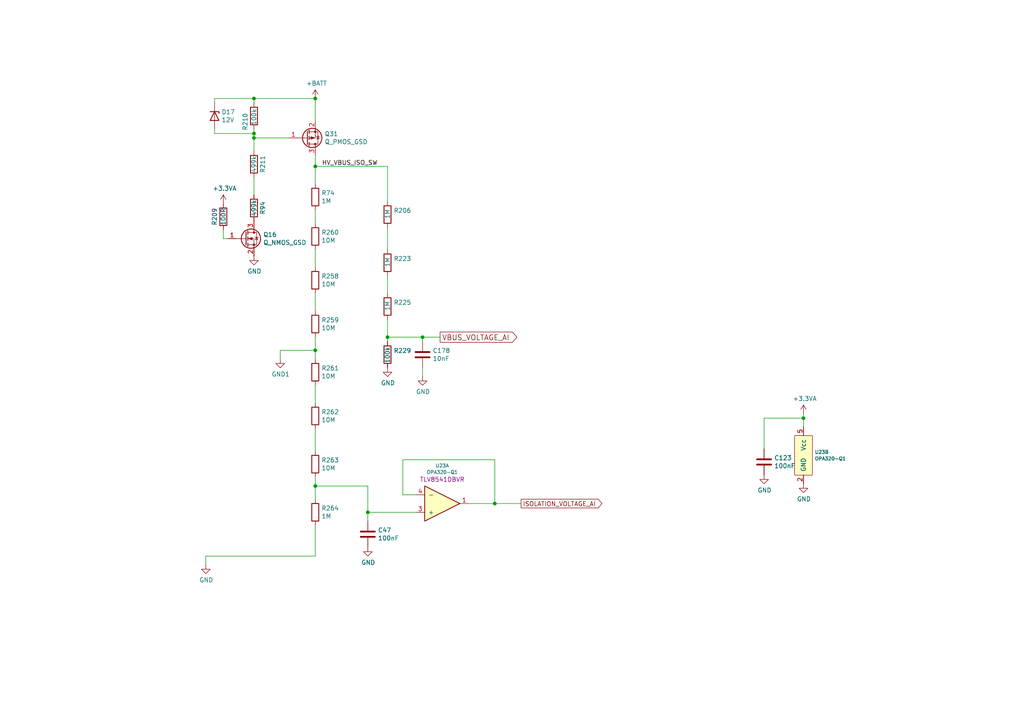
<source format=kicad_sch>
(kicad_sch (version 20250114) (generator "eeschema") (generator_version "9.0")
  (paper "A4")
  (lib_symbols
    (symbol "Device:C" (pin_numbers (hide yes)) (pin_names (offset 0.254))
      (property "Reference" "C" (at 0.635 2.54 0))
      (property "Value" "C" (at 0.635 -2.54 0))
      (symbol "C_0_1"
        (polyline (pts (xy -2.032 0.762) (xy 2.032 0.762)) (stroke (width 0.508)))
        (polyline (pts (xy -2.032 -0.762) (xy 2.032 -0.762)) (stroke (width 0.508)))
      )
      (symbol "C_1_1"
        (pin passive line (at 0 3.81 270) (length 2.794) (name "~") (number "1"))
        (pin passive line (at 0 -3.81 90) (length 2.794) (name "~") (number "2"))
      )
    )
    (symbol "Device:D_Zener" (pin_numbers (hide yes)) (pin_names (offset 1.016) (hide yes))
      (property "Reference" "D" (at 0 2.54 0))
      (property "Value" "D_Zener" (at 0 -2.54 0))
      (symbol "D_Zener_0_1"
        (polyline (pts (xy -1.27 -1.27) (xy -1.27 1.27) (xy -0.762 1.27)) (stroke (width 0.254)))
        (polyline (pts (xy 1.27 0) (xy -1.27 0)))
        (polyline (pts (xy 1.27 -1.27) (xy 1.27 1.27) (xy -1.27 0) (xy 1.27 -1.27)) (stroke (width 0.254)))
      )
      (symbol "D_Zener_1_1"
        (pin passive line (at -3.81 0 0) (length 2.54) (name "K") (number "1"))
        (pin passive line (at 3.81 0 180) (length 2.54) (name "A") (number "2"))
      )
    )
    (symbol "Device:Q_NMOS_GSD" (pin_names (offset 0) (hide yes))
      (property "Reference" "Q" (at 5.08 1.27 0))
      (property "Value" "Q_NMOS_GSD" (at 5.08 -1.27 0))
      (symbol "Q_NMOS_GSD_0_1"
        (polyline (pts (xy 0.254 1.905) (xy 0.254 -1.905)) (stroke (width 0.254)))
        (polyline (pts (xy 0.254 0) (xy -2.54 0)))
        (polyline (pts (xy 0.762 2.286) (xy 0.762 1.27)) (stroke (width 0.254)))
        (polyline (pts (xy 0.762 0.508) (xy 0.762 -0.508)) (stroke (width 0.254)))
        (polyline (pts (xy 0.762 -1.27) (xy 0.762 -2.286)) (stroke (width 0.254)))
        (polyline (pts (xy 0.762 -1.778) (xy 3.302 -1.778) (xy 3.302 1.778) (xy 0.762 1.778)))
        (polyline (pts (xy 1.016 0) (xy 2.032 0.381) (xy 2.032 -0.381) (xy 1.016 0)) (fill (type outline)))
        (circle (center 1.651 0) (radius 2.794) (stroke (width 0.254)))
        (polyline (pts (xy 2.54 2.54) (xy 2.54 1.778)))
        (circle (center 2.54 1.778) (radius 0.254) (fill (type outline)))
        (circle (center 2.54 -1.778) (radius 0.254) (fill (type outline)))
        (polyline (pts (xy 2.54 -2.54) (xy 2.54 0) (xy 0.762 0)))
        (polyline (pts (xy 2.794 0.508) (xy 2.921 0.381) (xy 3.683 0.381) (xy 3.81 0.254)))
        (polyline (pts (xy 3.302 0.381) (xy 2.921 -0.254) (xy 3.683 -0.254) (xy 3.302 0.381)))
      )
      (symbol "Q_NMOS_GSD_1_1"
        (pin input line (at -5.08 0 0) (length 2.54) (name "G") (number "1"))
        (pin passive line (at 2.54 5.08 270) (length 2.54) (name "D") (number "3"))
        (pin passive line (at 2.54 -5.08 90) (length 2.54) (name "S") (number "2"))
      )
    )
    (symbol "Device:Q_PMOS_GSD" (pin_names (offset 0) (hide yes))
      (property "Reference" "Q" (at 5.08 1.27 0))
      (property "Value" "Q_PMOS_GSD" (at 5.08 -1.27 0))
      (symbol "Q_PMOS_GSD_0_1"
        (polyline (pts (xy 0.254 1.905) (xy 0.254 -1.905)) (stroke (width 0.254)))
        (polyline (pts (xy 0.254 0) (xy -2.54 0)))
        (polyline (pts (xy 0.762 2.286) (xy 0.762 1.27)) (stroke (width 0.254)))
        (polyline (pts (xy 0.762 1.778) (xy 3.302 1.778) (xy 3.302 -1.778) (xy 0.762 -1.778)))
        (polyline (pts (xy 0.762 0.508) (xy 0.762 -0.508)) (stroke (width 0.254)))
        (polyline (pts (xy 0.762 -1.27) (xy 0.762 -2.286)) (stroke (width 0.254)))
        (circle (center 1.651 0) (radius 2.794) (stroke (width 0.254)))
        (polyline (pts (xy 2.286 0) (xy 1.27 0.381) (xy 1.27 -0.381) (xy 2.286 0)) (fill (type outline)))
        (polyline (pts (xy 2.54 2.54) (xy 2.54 1.778)))
        (circle (center 2.54 1.778) (radius 0.254) (fill (type outline)))
        (circle (center 2.54 -1.778) (radius 0.254) (fill (type outline)))
        (polyline (pts (xy 2.54 -2.54) (xy 2.54 0) (xy 0.762 0)))
        (polyline (pts (xy 2.794 -0.508) (xy 2.921 -0.381) (xy 3.683 -0.381) (xy 3.81 -0.254)))
        (polyline (pts (xy 3.302 -0.381) (xy 2.921 0.254) (xy 3.683 0.254) (xy 3.302 -0.381)))
      )
      (symbol "Q_PMOS_GSD_1_1"
        (pin input line (at -5.08 0 0) (length 2.54) (name "G") (number "1"))
        (pin passive line (at 2.54 5.08 270) (length 2.54) (name "D") (number "3"))
        (pin passive line (at 2.54 -5.08 90) (length 2.54) (name "S") (number "2"))
      )
    )
    (symbol "Device:R" (pin_numbers (hide yes)) (pin_names (offset 0))
      (property "Reference" "R" (at 2.032 0 90))
      (property "Value" "R" (at 0 0 90))
      (symbol "R_0_1"
        (rectangle (start -1.016 -2.54) (end 1.016 2.54) (stroke (width 0.254)))
      )
      (symbol "R_1_1"
        (pin passive line (at 0 3.81 270) (length 1.27) (name "~") (number "1"))
        (pin passive line (at 0 -3.81 90) (length 1.27) (name "~") (number "2"))
      )
    )
    (symbol "ICs:OPA320-Q1" (pin_names (offset 1.016))
      (property "Reference" "U" (at -7.62 5.08 0))
      (property "Value" "OPA320-Q1" (at -8.89 -3.81 0))
      (property "Part Number" "OPA320AQDBVRQ1" (at -5.08 7.62 0))
      (symbol "OPA320-Q1_1_1"
        (polyline (pts (xy -10.16 0) (xy 0 5.08) (xy 0 -5.08) (xy -10.16 0)) (stroke (width 0.254)) (fill (type background)))
        (pin output line (at -12.7 0 0) (length 2.4892) (name "~") (number "1"))
        (pin input line (at 2.54 2.54 180) (length 2.4892) (name "+") (number "3"))
        (pin input line (at 2.54 -2.54 180) (length 2.4892) (name "-") (number "4"))
      )
      (symbol "OPA320-Q1_2_1"
        (rectangle (start -5.08 6.35) (end 0 -5.08) (fill (type background)))
        (pin power_in line (at -2.54 8.89 270) (length 2.4892) (name "Vcc") (number "5"))
        (pin power_in line (at -2.54 -7.62 90) (length 2.4892) (name "GND") (number "2"))
      )
    )
    (symbol "power:+3.3VA" (power) (pin_names (offset 0))
      (property "Value" "+3.3VA" (at 0 3.556 0))
      (symbol "+3.3VA_0_1"
        (polyline (pts (xy -0.762 1.27) (xy 0 2.54)))
        (polyline (pts (xy 0 2.54) (xy 0.762 1.27)))
        (polyline (pts (xy 0 0) (xy 0 2.54)))
      )
      (symbol "+3.3VA_1_1"
        (pin power_in line (at 0 0 90) (length 0) (hide yes) (name "+3.3VA") (number "1"))
      )
    )
    (symbol "power:+BATT" (power) (pin_names (offset 0))
      (property "Value" "+BATT" (at 0 3.556 0))
      (symbol "+BATT_0_1"
        (polyline (pts (xy -0.762 1.27) (xy 0 2.54)))
        (polyline (pts (xy 0 2.54) (xy 0.762 1.27)))
        (polyline (pts (xy 0 0) (xy 0 2.54)))
      )
      (symbol "+BATT_1_1"
        (pin power_in line (at 0 0 90) (length 0) (hide yes) (name "+BATT") (number "1"))
      )
    )
    (symbol "power:GND" (power) (pin_names (offset 0))
      (property "Value" "GND" (at 0 -3.81 0))
      (symbol "GND_0_1"
        (polyline (pts (xy 0 0) (xy 0 -1.27) (xy 1.27 -1.27) (xy 0 -2.54) (xy -1.27 -1.27) (xy 0 -1.27)))
      )
      (symbol "GND_1_1"
        (pin power_in line (at 0 0 270) (length 0) (hide yes) (name "GND") (number "1"))
      )
    )
    (symbol "power:GND1" (power) (pin_names (offset 0))
      (property "Value" "GND1" (at 0 -3.81 0))
      (symbol "GND1_0_1"
        (polyline (pts (xy 0 0) (xy 0 -1.27) (xy 1.27 -1.27) (xy 0 -2.54) (xy -1.27 -1.27) (xy 0 -1.27)))
      )
      (symbol "GND1_1_1"
        (pin power_in line (at 0 0 270) (length 0) (hide yes) (name "GND1") (number "1"))
      )
    )
  )
  (junction (at 106.68 148.59))
  (junction (at 112.395 97.79))
  (junction (at 91.44 140.97))
  (junction (at 91.44 101.6))
  (junction (at 91.44 48.26))
  (junction (at 73.66 28.575))
  (junction (at 122.555 97.79))
  (junction (at 91.44 28.575))
  (junction (at 73.66 40.005))
  (junction (at 233.045 121.285))
  (junction (at 143.51 146.05))
  (junction (at 73.66 38.735))
  (wire (pts (xy 73.66 37.465) (xy 73.66 38.735)))
  (wire (pts (xy 91.44 85.09) (xy 91.44 90.17)))
  (wire (pts (xy 62.23 38.735) (xy 73.66 38.735)))
  (wire (pts (xy 120.65 148.59) (xy 106.68 148.59)))
  (wire (pts (xy 91.44 48.26) (xy 112.395 48.26)))
  (wire (pts (xy 91.44 152.4) (xy 91.44 161.29)))
  (wire (pts (xy 106.68 140.97) (xy 91.44 140.97)))
  (wire (pts (xy 91.44 34.925) (xy 91.44 28.575)))
  (wire (pts (xy 91.44 97.79) (xy 91.44 101.6)))
  (wire (pts (xy 233.045 121.285) (xy 221.615 121.285)))
  (wire (pts (xy 91.44 138.43) (xy 91.44 140.97)))
  (wire (pts (xy 112.395 97.79) (xy 122.555 97.79)))
  (wire (pts (xy 62.23 37.465) (xy 62.23 38.735)))
  (wire (pts (xy 91.44 140.97) (xy 91.44 144.78)))
  (wire (pts (xy 116.84 133.35) (xy 116.84 143.51)))
  (wire (pts (xy 64.77 66.675) (xy 64.77 69.215)))
  (wire (pts (xy 73.66 51.435) (xy 73.66 56.515)))
  (wire (pts (xy 221.615 121.285) (xy 221.615 130.175)))
  (wire (pts (xy 116.84 143.51) (xy 120.65 143.51)))
  (wire (pts (xy 91.44 72.39) (xy 91.44 77.47)))
  (wire (pts (xy 62.23 28.575) (xy 62.23 29.845)))
  (wire (pts (xy 91.44 130.81) (xy 91.44 124.46)))
  (wire (pts (xy 83.82 40.005) (xy 73.66 40.005)))
  (wire (pts (xy 151.13 146.05) (xy 143.51 146.05)))
  (wire (pts (xy 122.555 99.06) (xy 122.555 97.79)))
  (wire (pts (xy 91.44 45.085) (xy 91.44 48.26)))
  (wire (pts (xy 233.045 120.015) (xy 233.045 121.285)))
  (wire (pts (xy 135.89 146.05) (xy 143.51 146.05)))
  (wire (pts (xy 143.51 146.05) (xy 143.51 133.35)))
  (wire (pts (xy 112.395 92.71) (xy 112.395 97.79)))
  (wire (pts (xy 91.44 28.575) (xy 73.66 28.575)))
  (wire (pts (xy 112.395 97.79) (xy 112.395 99.06)))
  (wire (pts (xy 112.395 66.04) (xy 112.395 72.39)))
  (wire (pts (xy 233.045 121.285) (xy 233.045 123.825)))
  (wire (pts (xy 91.44 60.96) (xy 91.44 64.77)))
  (wire (pts (xy 112.395 80.01) (xy 112.395 85.09)))
  (wire (pts (xy 91.44 116.84) (xy 91.44 111.76)))
  (wire (pts (xy 73.66 28.575) (xy 62.23 28.575)))
  (wire (pts (xy 91.44 101.6) (xy 91.44 104.14)))
  (wire (pts (xy 143.51 133.35) (xy 116.84 133.35)))
  (wire (pts (xy 73.66 38.735) (xy 73.66 40.005)))
  (wire (pts (xy 59.69 163.83) (xy 59.69 161.29)))
  (wire (pts (xy 106.68 148.59) (xy 106.68 151.13)))
  (wire (pts (xy 112.395 48.26) (xy 112.395 58.42)))
  (wire (pts (xy 73.66 28.575) (xy 73.66 29.845)))
  (wire (pts (xy 81.28 101.6) (xy 91.44 101.6)))
  (wire (pts (xy 122.555 106.68) (xy 122.555 109.22)))
  (wire (pts (xy 127.635 97.79) (xy 122.555 97.79)))
  (wire (pts (xy 106.68 148.59) (xy 106.68 140.97)))
  (wire (pts (xy 91.44 48.26) (xy 91.44 53.34)))
  (wire (pts (xy 81.28 104.14) (xy 81.28 101.6)))
  (wire (pts (xy 66.04 69.215) (xy 64.77 69.215)))
  (wire (pts (xy 59.69 161.29) (xy 91.44 161.29)))
  (wire (pts (xy 73.66 40.005) (xy 73.66 43.815)))
  (label "HV_VBUS_ISO_SW" (at 93.345 48.26 0))
  (global_label "VBUS_VOLTAGE_AI" (shape output) (at 127.635 97.79 0) (effects (font (size 1.4986 1.4986))) (property "Intersheetrefs" "${INTERSHEET_REFS}" (effects (hide yes))))
  (global_label "ISOLATION_VOLTAGE_AI" (shape output) (at 151.13 146.05 0) (property "Intersheetrefs" "${INTERSHEET_REFS}" (effects (hide yes))))
  (symbol (lib_id "power:+BATT") (at 91.44 28.575 0) (unit 1)
    (property "Reference" "#PWR0248" (effects (hide yes)))
    (property "Value" "+BATT" (at 91.821 24.1808 0))
  )
  (symbol (lib_id "power:GND") (at 59.69 163.83 0) (unit 1)
    (property "Reference" "#PWR0249" (effects (hide yes)))
    (property "Value" "GND" (at 59.817 168.2242 0))
  )
  (symbol (lib_id "Device:R") (at 91.44 81.28 0) (unit 1)
    (property "Reference" "R258" (at 93.218 80.1116 0) (effects (justify left)))
    (property "Value" "10M" (at 93.218 82.423 0) (effects (justify left)))
    (property "Footprint" "Resistor_SMD:R_0603_1608Metric" (effects (hide yes)))
    (property "Datasheet" "https://www.seielect.com/catalog/sei-rmcf_rmcp.pdf" (effects (hide yes)))
    (property "MPN" "RMCF0603FT10M0" (effects (hide yes)))
    (property "Part Number" "RMCF0603FT10M0" (effects (hide yes)))
    (property "Digikey_PN" "RMCF0603FT10M0CT-ND" (effects (hide yes)))
  )
  (symbol (lib_id "Device:R") (at 91.44 93.98 0) (unit 1)
    (property "Reference" "R259" (at 93.218 92.8116 0) (effects (justify left)))
    (property "Value" "10M" (at 93.218 95.123 0) (effects (justify left)))
    (property "Footprint" "Resistor_SMD:R_0603_1608Metric" (effects (hide yes)))
    (property "Datasheet" "https://www.seielect.com/catalog/sei-rmcf_rmcp.pdf" (effects (hide yes)))
    (property "MPN" "RMCF0603FT10M0" (effects (hide yes)))
    (property "Part Number" "RMCF0603FT10M0" (effects (hide yes)))
    (property "Digikey_PN" "RMCF0603FT10M0CT-ND" (effects (hide yes)))
  )
  (symbol (lib_id "Device:R") (at 91.44 68.58 0) (unit 1)
    (property "Reference" "R260" (at 93.218 67.4116 0) (effects (justify left)))
    (property "Value" "10M" (at 93.218 69.723 0) (effects (justify left)))
    (property "Footprint" "Resistor_SMD:R_0603_1608Metric" (effects (hide yes)))
    (property "Datasheet" "https://www.seielect.com/catalog/sei-rmcf_rmcp.pdf" (effects (hide yes)))
    (property "MPN" "RMCF0603FT10M0" (effects (hide yes)))
    (property "Part Number" "RMCF0603FT10M0" (effects (hide yes)))
    (property "Digikey_PN" "RMCF0603FT10M0CT-ND" (effects (hide yes)))
  )
  (symbol (lib_id "Device:R") (at 91.44 107.95 0) (unit 1)
    (property "Reference" "R261" (at 93.218 106.7816 0) (effects (justify left)))
    (property "Value" "10M" (at 93.218 109.093 0) (effects (justify left)))
    (property "Footprint" "Resistor_SMD:R_0603_1608Metric" (effects (hide yes)))
    (property "Datasheet" "https://www.seielect.com/catalog/sei-rmcf_rmcp.pdf" (effects (hide yes)))
    (property "MPN" "RMCF0603FT10M0" (effects (hide yes)))
    (property "Part Number" "RMCF0603FT10M0" (effects (hide yes)))
    (property "Digikey_PN" "RMCF0603FT10M0CT-ND" (effects (hide yes)))
  )
  (symbol (lib_id "Device:R") (at 91.44 120.65 0) (unit 1)
    (property "Reference" "R262" (at 93.218 119.4816 0) (effects (justify left)))
    (property "Value" "10M" (at 93.218 121.793 0) (effects (justify left)))
    (property "Footprint" "Resistor_SMD:R_0603_1608Metric" (effects (hide yes)))
    (property "Datasheet" "https://www.seielect.com/catalog/sei-rmcf_rmcp.pdf" (effects (hide yes)))
    (property "MPN" "RMCF0603FT10M0" (effects (hide yes)))
    (property "Part Number" "RMCF0603FT10M0" (effects (hide yes)))
    (property "Digikey_PN" "RMCF0603FT10M0CT-ND" (effects (hide yes)))
  )
  (symbol (lib_id "Device:R") (at 91.44 134.62 0) (unit 1)
    (property "Reference" "R263" (at 93.218 133.4516 0) (effects (justify left)))
    (property "Value" "10M" (at 93.218 135.763 0) (effects (justify left)))
    (property "Footprint" "Resistor_SMD:R_0603_1608Metric" (effects (hide yes)))
    (property "Datasheet" "https://www.seielect.com/catalog/sei-rmcf_rmcp.pdf" (effects (hide yes)))
    (property "MPN" "RMCF0603FT10M0" (effects (hide yes)))
    (property "Part Number" "RMCF0603FT10M0" (effects (hide yes)))
    (property "Digikey_PN" "RMCF0603FT10M0CT-ND" (effects (hide yes)))
  )
  (symbol (lib_id "Device:R") (at 91.44 148.59 0) (unit 1)
    (property "Reference" "R264" (at 93.218 147.4216 0) (effects (justify left)))
    (property "Value" "1M" (at 93.218 149.733 0) (effects (justify left)))
    (property "Footprint" "Resistor_SMD:R_0603_1608Metric" (effects (hide yes)))
    (property "Datasheet" "http://www.yageo.com/NewPortal/yageodocoutput?fileName=/pdf/R-Chip/PYu-AC_51_RoHS_L_6.pdf" (effects (hide yes)))
    (property "MPN" "AC0603FR-071ML" (effects (hide yes)))
    (property "Part Number" "AC0603FR-071ML" (effects (hide yes)))
    (property "Digikey_PN" "311-1MLDCT-ND" (effects (hide yes)))
  )
  (symbol (lib_id "power:GND1") (at 81.28 104.14 0) (unit 1)
    (property "Reference" "#PWR0250" (effects (hide yes)))
    (property "Value" "GND1" (at 81.407 108.5342 0))
  )
  (symbol (lib_id "ICs:OPA320-Q1") (at 123.19 146.05 180) (unit 1)
    (property "Reference" "U23" (at 128.27 135.0518 0) (effects (font (size 0.9906 0.9906))))
    (property "Value" "OPA320-Q1" (at 128.27 136.9568 0) (effects (font (size 0.9906 0.9906))))
    (property "Footprint" "Package_TO_SOT_SMD:SOT-23-5" (effects (hide yes)))
    (property "Datasheet" "https://www.ti.com/lit/ds/symlink/tlv8541.pdf?HQS=dis-dk-null-digikeymode-dsf-pf-null-wwe&ts=1646847239807&ref_url=https%253A%252F%252Fwww.ti.com%252Fgeneral%252Fdocs%252Fsuppproductinfo.tsp%253FdistId%253D10%2526gotoUrl%253Dhttps%253A%252F%252Fwww.ti.com%252Flit%252Fgpn%252Ftlv8541" (effects (hide yes)))
    (property "Part Number" "TLV8541DBVR" (at 128.27 139.065 0))
    (property "Digikey_PN" "296-47595-1-ND" (effects (hide yes)))
  )
  (symbol (lib_id "ICs:OPA320-Q1") (at 235.585 132.715 0) (unit 2)
    (property "Reference" "U23" (at 236.2962 131.1148 0) (effects (font (size 0.9906 0.9906)) (justify left)))
    (property "Value" "OPA320-Q1" (at 236.2962 133.0198 0) (effects (font (size 0.9906 0.9906)) (justify left)))
    (property "Footprint" "Package_TO_SOT_SMD:SOT-23-5" (effects (hide yes)))
    (property "Datasheet" "https://www.ti.com/lit/ds/symlink/tlv8541.pdf?HQS=dis-dk-null-digikeymode-dsf-pf-null-wwe&ts=1646847239807&ref_url=https%253A%252F%252Fwww.ti.com%252Fgeneral%252Fdocs%252Fsuppproductinfo.tsp%253FdistId%253D10%2526gotoUrl%253Dhttps%253A%252F%252Fwww.ti.com%252Flit%252Fgpn%252Ftlv8541" (effects (hide yes)))
    (property "Part Number" "TLV8541DBVR" (effects (hide yes)))
    (property "Digikey_PN" "296-47595-1-ND" (effects (hide yes)))
  )
  (symbol (lib_id "power:GND") (at 233.045 140.335 0) (unit 1)
    (property "Reference" "#PWR0252" (effects (hide yes)))
    (property "Value" "GND" (at 233.172 144.7292 0))
  )
  (symbol (lib_id "power:+3.3VA") (at 233.045 120.015 0) (unit 1)
    (property "Reference" "#PWR025" (effects (hide yes)))
    (property "Value" "+3.3VA" (at 233.426 115.6208 0))
  )
  (symbol (lib_id "Device:C") (at 106.68 154.94 0) (unit 1)
    (property "Reference" "C47" (at 109.601 153.7716 0) (effects (justify left)))
    (property "Value" "100nF" (at 109.601 156.083 0) (effects (justify left)))
    (property "Footprint" "Capacitor_SMD:C_0603_1608Metric" (effects (hide yes)))
    (property "Datasheet" "http://psearch.en.murata.com/capacitor/product/GCM188R71H104KA57%23.pdf" (effects (hide yes)))
    (property "MPN" "GCM188R71H104KA57D" (effects (hide yes)))
    (property "Part Number" "GCM188R71H104KA57D" (effects (hide yes)))
    (property "Digikey_PN" "490-4779-1-ND" (effects (hide yes)))
  )
  (symbol (lib_id "power:GND") (at 106.68 158.75 0) (unit 1)
    (property "Reference" "#PWR063" (effects (hide yes)))
    (property "Value" "GND" (at 106.807 163.1442 0))
  )
  (symbol (lib_id "Device:C") (at 221.615 133.985 0) (unit 1)
    (property "Reference" "C123" (at 224.536 132.8166 0) (effects (justify left)))
    (property "Value" "100nF" (at 224.536 135.128 0) (effects (justify left)))
    (property "Footprint" "Capacitor_SMD:C_0603_1608Metric" (effects (hide yes)))
    (property "Datasheet" "http://psearch.en.murata.com/capacitor/product/GCM188R71H104KA57%23.pdf" (effects (hide yes)))
    (property "MPN" "GCM188R71H104KA57D" (effects (hide yes)))
    (property "Part Number" "GCM188R71H104KA57D" (effects (hide yes)))
    (property "Digikey_PN" "490-4779-1-ND" (effects (hide yes)))
  )
  (symbol (lib_id "power:GND") (at 221.615 137.795 0) (unit 1)
    (property "Reference" "#PWR064" (effects (hide yes)))
    (property "Value" "GND" (at 221.742 142.1892 0))
  )
  (symbol (lib_id "Device:R") (at 112.395 76.2 180) (unit 1)
    (property "Reference" "R223" (at 114.173 75.0316 0) (effects (justify right)))
    (property "Value" "1M" (at 112.395 77.47 90) (effects (justify right)))
    (property "Footprint" "Resistor_SMD:R_0603_1608Metric" (effects (hide yes)))
    (property "Datasheet" "http://www.yageo.com/NewPortal/yageodocoutput?fileName=/pdf/R-Chip/PYu-AC_51_RoHS_L_6.pdf" (effects (hide yes)))
    (property "MPN" "AC0603FR-071ML" (effects (hide yes)))
    (property "Part Number" "AC0603FR-071ML" (effects (hide yes)))
    (property "Digikey_PN" "311-1MLDCT-ND" (effects (hide yes)))
  )
  (symbol (lib_id "Device:C") (at 122.555 102.87 0) (unit 1)
    (property "Reference" "C178" (at 125.476 101.7016 0) (effects (justify left)))
    (property "Value" "10nF" (at 125.476 104.013 0) (effects (justify left)))
    (property "Footprint" "Capacitor_SMD:C_0603_1608Metric" (effects (hide yes)))
    (property "MPN" "GCM188R72A103KA37D" (effects (hide yes)))
    (property "Part Number" "GCM188R72A103KA37D" (effects (hide yes)))
    (property "Digikey_PN" "490-4781-1-ND" (effects (hide yes)))
  )
  (symbol (lib_id "Device:R") (at 73.66 33.655 0) (unit 1)
    (property "Reference" "R210" (at 71.12 32.7497 90) (effects (justify right)))
    (property "Value" "100k" (at 73.66 31.4797 90) (effects (justify right)))
    (property "Footprint" "Resistor_SMD:R_0603_1608Metric" (effects (hide yes)))
    (property "Datasheet" "https://www.seielect.com/catalog/sei-rmcf_rmcp.pdf" (effects (hide yes)))
    (property "MPN" "RMCF0603FT100K" (effects (hide yes)))
    (property "Part Number" "RMCF0603FT100K" (effects (hide yes)))
    (property "Digikey_PN" "RMCF0603FT100KCT-ND" (effects (hide yes)))
  )
  (symbol (lib_id "Device:R") (at 73.66 47.625 0) (unit 1)
    (property "Reference" "R211" (at 76.2 47.625 90))
    (property "Value" "499k" (at 73.66 47.625 90))
    (property "Footprint" "Resistor_SMD:R_0603_1608Metric" (effects (hide yes)))
    (property "Datasheet" "https://www.seielect.com/catalog/sei-rmcf_rmcp.pdf" (effects (hide yes)))
    (property "MPN" "RMCF0603FT499K" (effects (hide yes)))
    (property "Part Number" "RMCF0603FT499K" (effects (hide yes)))
    (property "Digikey_PN" "RMCF0603FT499KCT-ND" (effects (hide yes)))
  )
  (symbol (lib_id "Device:R") (at 112.395 88.9 180) (unit 1)
    (property "Reference" "R225" (at 114.173 87.7316 0) (effects (justify right)))
    (property "Value" "1M" (at 112.395 90.17 90) (effects (justify right)))
    (property "Footprint" "Resistor_SMD:R_0603_1608Metric" (effects (hide yes)))
    (property "Datasheet" "http://www.yageo.com/NewPortal/yageodocoutput?fileName=/pdf/R-Chip/PYu-AC_51_RoHS_L_6.pdf" (effects (hide yes)))
    (property "MPN" "AC0603FR-071ML" (effects (hide yes)))
    (property "Part Number" "AC0603FR-071ML" (effects (hide yes)))
    (property "Digikey_PN" "311-1MLDCT-ND" (effects (hide yes)))
  )
  (symbol (lib_id "Device:R") (at 91.44 57.15 0) (unit 1)
    (property "Reference" "R74" (at 93.218 55.9816 0) (effects (justify left)))
    (property "Value" "1M" (at 93.218 58.293 0) (effects (justify left)))
    (property "Footprint" "Resistor_SMD:R_0603_1608Metric" (effects (hide yes)))
    (property "Datasheet" "http://www.yageo.com/NewPortal/yageodocoutput?fileName=/pdf/R-Chip/PYu-AC_51_RoHS_L_6.pdf" (effects (hide yes)))
    (property "MPN" "AC0603FR-071ML" (effects (hide yes)))
    (property "Part Number" "AC0603FR-071ML" (effects (hide yes)))
    (property "Digikey_PN" "311-1MLDCT-ND" (effects (hide yes)))
  )
  (symbol (lib_id "Device:Q_NMOS_GSD") (at 71.12 69.215 0) (unit 1)
    (property "Reference" "Q16" (at 76.327 68.0466 0) (effects (justify left)))
    (property "Value" "Q_NMOS_GSD" (at 76.327 70.358 0) (effects (justify left)))
    (property "Footprint" "Package_TO_SOT_SMD:SOT-23" (effects (hide yes)))
    (property "Datasheet" "https://ww1.microchip.com/downloads/en/DeviceDoc/TN5335-N-Channel-Enhancement-Mode-Vertical-DMOS-FET-Data-Sheet-20005955A.pdf" (effects (hide yes)))
    (property "Part Number" "TN5335K1-G" (effects (hide yes)))
    (property "MPN" "TN5335K1-G" (effects (hide yes)))
    (property "Digikey_PN" "TN5335K1-GCT-ND" (effects (hide yes)))
  )
  (symbol (lib_id "power:GND") (at 73.66 74.295 0) (unit 1)
    (property "Reference" "#PWR0216" (effects (hide yes)))
    (property "Value" "GND" (at 73.787 78.6892 0))
  )
  (symbol (lib_id "power:GND") (at 122.555 109.22 0) (unit 1)
    (property "Reference" "#PWR0287" (effects (hide yes)))
    (property "Value" "GND" (at 122.682 113.6142 0))
  )
  (symbol (lib_id "power:+3.3VA") (at 64.77 59.055 0) (unit 1)
    (property "Reference" "#PWR0215" (effects (hide yes)))
    (property "Value" "+3.3VA" (at 65.151 54.6608 0))
  )
  (symbol (lib_id "power:GND") (at 112.395 106.68 0) (unit 1)
    (property "Reference" "#PWR0286" (effects (hide yes)))
    (property "Value" "GND" (at 112.522 111.0742 0))
  )
  (symbol (lib_id "Device:R") (at 112.395 62.23 180) (unit 1)
    (property "Reference" "R206" (at 114.173 61.0616 0) (effects (justify right)))
    (property "Value" "1M" (at 112.395 63.5 90) (effects (justify right)))
    (property "Footprint" "Resistor_SMD:R_0603_1608Metric" (effects (hide yes)))
    (property "Datasheet" "http://www.yageo.com/NewPortal/yageodocoutput?fileName=/pdf/R-Chip/PYu-AC_51_RoHS_L_6.pdf" (effects (hide yes)))
    (property "MPN" "AC0603FR-071ML" (effects (hide yes)))
    (property "Part Number" "AC0603FR-071ML" (effects (hide yes)))
    (property "Digikey_PN" "311-1MLDCT-ND" (effects (hide yes)))
  )
  (symbol (lib_id "Device:D_Zener") (at 62.23 33.655 270) (unit 1)
    (property "Reference" "D17" (at 64.2366 32.4866 90) (effects (justify left)))
    (property "Value" "12V" (at 64.2366 34.798 90) (effects (justify left)))
    (property "Footprint" "Diode_SMD:D_SOD-323F" (effects (hide yes)))
    (property "Datasheet" "https://www.onsemi.com/pdf/datasheet/mm3z9v1c-d.pdf" (effects (hide yes)))
    (property "MPN" "MM3Z12VC" (effects (hide yes)))
    (property "Part Number" "MM3Z12VC" (effects (hide yes)))
    (property "Digikey_PN" "MM3Z12VCCT-ND" (effects (hide yes)))
  )
  (symbol (lib_id "Device:Q_PMOS_GSD") (at 88.9 40.005 0) (mirror x) (unit 1)
    (property "Reference" "Q31" (at 94.1324 38.8366 0) (effects (justify left)))
    (property "Value" "Q_PMOS_GSD" (at 94.1324 41.148 0) (effects (justify left)))
    (property "Footprint" "Package_TO_SOT_SMD:SOT-23" (effects (hide yes)))
    (property "Datasheet" "https://ww1.microchip.com/downloads/en/DeviceDoc/TP5335-P-Channel-Enhancement-Mode-Vertical-DMOS-FET-Data-Sheet-20005704C.pdf" (effects (hide yes)))
    (property "Part Number" "TP5335K1-G" (effects (hide yes)))
    (property "MPN" "TP5335K1-G" (effects (hide yes)))
    (property "Digikey_PN" "TP5335K1-GCT-ND" (effects (hide yes)))
  )
  (symbol (lib_id "Device:R") (at 112.395 102.87 180) (unit 1)
    (property "Reference" "R229" (at 114.173 101.7016 0) (effects (justify right)))
    (property "Value" "100k" (at 112.395 105.41 90) (effects (justify right)))
    (property "Footprint" "Resistor_SMD:R_0603_1608Metric" (effects (hide yes)))
    (property "Datasheet" "https://www.seielect.com/catalog/sei-rmcf_rmcp.pdf" (effects (hide yes)))
    (property "MPN" "RMCF0603FT100K" (effects (hide yes)))
    (property "Part Number" "RMCF0603FT100K" (effects (hide yes)))
    (property "Digikey_PN" "RMCF0603FT100KCT-ND" (effects (hide yes)))
  )
  (symbol (lib_id "Device:R") (at 73.66 60.325 0) (unit 1)
    (property "Reference" "R94" (at 76.2 60.325 90))
    (property "Value" "499k" (at 73.66 60.325 90))
    (property "Footprint" "Resistor_SMD:R_0603_1608Metric" (effects (hide yes)))
    (property "Datasheet" "https://www.seielect.com/catalog/sei-rmcf_rmcp.pdf" (effects (hide yes)))
    (property "MPN" "RMCF0603FT499K" (effects (hide yes)))
    (property "Part Number" "RMCF0603FT499K" (effects (hide yes)))
    (property "Digikey_PN" "RMCF0603FT499KCT-ND" (effects (hide yes)))
  )
  (symbol (lib_id "Device:R") (at 64.77 62.865 0) (unit 1)
    (property "Reference" "R209" (at 62.23 62.865 90))
    (property "Value" "100R" (at 64.77 62.865 90))
    (property "Footprint" "Resistor_SMD:R_0603_1608Metric" (effects (hide yes)))
    (property "MPN" "AC0603FR-07100RL" (effects (hide yes)))
    (property "Part Number" "AC0603FR-07100RL" (effects (hide yes)))
    (property "Digikey_PN" "YAG3561CT-ND" (effects (hide yes)))
  )
)
</source>
